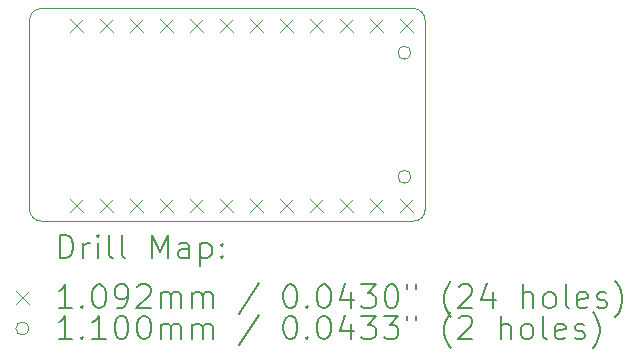
<source format=gbr>
%TF.GenerationSoftware,KiCad,Pcbnew,7.0.8*%
%TF.CreationDate,2024-04-01T14:53:32+01:00*%
%TF.ProjectId,daughterboard,64617567-6874-4657-9262-6f6172642e6b,rev?*%
%TF.SameCoordinates,Original*%
%TF.FileFunction,Drillmap*%
%TF.FilePolarity,Positive*%
%FSLAX45Y45*%
G04 Gerber Fmt 4.5, Leading zero omitted, Abs format (unit mm)*
G04 Created by KiCad (PCBNEW 7.0.8) date 2024-04-01 14:53:32*
%MOMM*%
%LPD*%
G01*
G04 APERTURE LIST*
%ADD10C,0.100000*%
%ADD11C,0.200000*%
%ADD12C,0.109220*%
%ADD13C,0.110000*%
G04 APERTURE END LIST*
D10*
X13350000Y-10100000D02*
X13350096Y-11704289D01*
X10100000Y-11800000D02*
X13250000Y-11800000D01*
X10100000Y-10000000D02*
X13250000Y-10000000D01*
X10000000Y-10100000D02*
X10000000Y-11700000D01*
X13250000Y-11800000D02*
G75*
G03*
X13350096Y-11704289I4290J95710D01*
G01*
X13350000Y-10100000D02*
G75*
G03*
X13250000Y-10000000I-100000J0D01*
G01*
X10100000Y-10000000D02*
G75*
G03*
X10000000Y-10100000I0J-100000D01*
G01*
X10000000Y-11700000D02*
G75*
G03*
X10100000Y-11800000I100000J0D01*
G01*
D11*
D12*
X10345390Y-10092890D02*
X10454610Y-10202110D01*
X10454610Y-10092890D02*
X10345390Y-10202110D01*
X10345390Y-11616890D02*
X10454610Y-11726110D01*
X10454610Y-11616890D02*
X10345390Y-11726110D01*
X10599390Y-10092890D02*
X10708610Y-10202110D01*
X10708610Y-10092890D02*
X10599390Y-10202110D01*
X10599390Y-11616890D02*
X10708610Y-11726110D01*
X10708610Y-11616890D02*
X10599390Y-11726110D01*
X10853390Y-10092890D02*
X10962610Y-10202110D01*
X10962610Y-10092890D02*
X10853390Y-10202110D01*
X10853390Y-11616890D02*
X10962610Y-11726110D01*
X10962610Y-11616890D02*
X10853390Y-11726110D01*
X11107390Y-10092890D02*
X11216610Y-10202110D01*
X11216610Y-10092890D02*
X11107390Y-10202110D01*
X11107390Y-11616890D02*
X11216610Y-11726110D01*
X11216610Y-11616890D02*
X11107390Y-11726110D01*
X11361390Y-10092890D02*
X11470610Y-10202110D01*
X11470610Y-10092890D02*
X11361390Y-10202110D01*
X11361390Y-11616890D02*
X11470610Y-11726110D01*
X11470610Y-11616890D02*
X11361390Y-11726110D01*
X11615390Y-10092890D02*
X11724610Y-10202110D01*
X11724610Y-10092890D02*
X11615390Y-10202110D01*
X11615390Y-11616890D02*
X11724610Y-11726110D01*
X11724610Y-11616890D02*
X11615390Y-11726110D01*
X11869390Y-10092890D02*
X11978610Y-10202110D01*
X11978610Y-10092890D02*
X11869390Y-10202110D01*
X11869390Y-11616890D02*
X11978610Y-11726110D01*
X11978610Y-11616890D02*
X11869390Y-11726110D01*
X12123390Y-10092890D02*
X12232610Y-10202110D01*
X12232610Y-10092890D02*
X12123390Y-10202110D01*
X12123390Y-11616890D02*
X12232610Y-11726110D01*
X12232610Y-11616890D02*
X12123390Y-11726110D01*
X12377390Y-10092890D02*
X12486610Y-10202110D01*
X12486610Y-10092890D02*
X12377390Y-10202110D01*
X12377390Y-11616890D02*
X12486610Y-11726110D01*
X12486610Y-11616890D02*
X12377390Y-11726110D01*
X12631390Y-10092890D02*
X12740610Y-10202110D01*
X12740610Y-10092890D02*
X12631390Y-10202110D01*
X12631390Y-11616890D02*
X12740610Y-11726110D01*
X12740610Y-11616890D02*
X12631390Y-11726110D01*
X12885390Y-10092890D02*
X12994610Y-10202110D01*
X12994610Y-10092890D02*
X12885390Y-10202110D01*
X12885390Y-11616890D02*
X12994610Y-11726110D01*
X12994610Y-11616890D02*
X12885390Y-11726110D01*
X13139390Y-10092890D02*
X13248610Y-10202110D01*
X13248610Y-10092890D02*
X13139390Y-10202110D01*
X13139390Y-11616890D02*
X13248610Y-11726110D01*
X13248610Y-11616890D02*
X13139390Y-11726110D01*
D13*
X13230000Y-10375000D02*
G75*
G03*
X13230000Y-10375000I-55000J0D01*
G01*
X13230000Y-11425000D02*
G75*
G03*
X13230000Y-11425000I-55000J0D01*
G01*
D11*
X10255777Y-12116580D02*
X10255777Y-11916580D01*
X10255777Y-11916580D02*
X10303396Y-11916580D01*
X10303396Y-11916580D02*
X10331967Y-11926104D01*
X10331967Y-11926104D02*
X10351015Y-11945151D01*
X10351015Y-11945151D02*
X10360539Y-11964199D01*
X10360539Y-11964199D02*
X10370063Y-12002294D01*
X10370063Y-12002294D02*
X10370063Y-12030865D01*
X10370063Y-12030865D02*
X10360539Y-12068961D01*
X10360539Y-12068961D02*
X10351015Y-12088008D01*
X10351015Y-12088008D02*
X10331967Y-12107056D01*
X10331967Y-12107056D02*
X10303396Y-12116580D01*
X10303396Y-12116580D02*
X10255777Y-12116580D01*
X10455777Y-12116580D02*
X10455777Y-11983246D01*
X10455777Y-12021342D02*
X10465301Y-12002294D01*
X10465301Y-12002294D02*
X10474824Y-11992770D01*
X10474824Y-11992770D02*
X10493872Y-11983246D01*
X10493872Y-11983246D02*
X10512920Y-11983246D01*
X10579586Y-12116580D02*
X10579586Y-11983246D01*
X10579586Y-11916580D02*
X10570063Y-11926104D01*
X10570063Y-11926104D02*
X10579586Y-11935627D01*
X10579586Y-11935627D02*
X10589110Y-11926104D01*
X10589110Y-11926104D02*
X10579586Y-11916580D01*
X10579586Y-11916580D02*
X10579586Y-11935627D01*
X10703396Y-12116580D02*
X10684348Y-12107056D01*
X10684348Y-12107056D02*
X10674824Y-12088008D01*
X10674824Y-12088008D02*
X10674824Y-11916580D01*
X10808158Y-12116580D02*
X10789110Y-12107056D01*
X10789110Y-12107056D02*
X10779586Y-12088008D01*
X10779586Y-12088008D02*
X10779586Y-11916580D01*
X11036729Y-12116580D02*
X11036729Y-11916580D01*
X11036729Y-11916580D02*
X11103396Y-12059437D01*
X11103396Y-12059437D02*
X11170063Y-11916580D01*
X11170063Y-11916580D02*
X11170063Y-12116580D01*
X11351015Y-12116580D02*
X11351015Y-12011818D01*
X11351015Y-12011818D02*
X11341491Y-11992770D01*
X11341491Y-11992770D02*
X11322443Y-11983246D01*
X11322443Y-11983246D02*
X11284348Y-11983246D01*
X11284348Y-11983246D02*
X11265301Y-11992770D01*
X11351015Y-12107056D02*
X11331967Y-12116580D01*
X11331967Y-12116580D02*
X11284348Y-12116580D01*
X11284348Y-12116580D02*
X11265301Y-12107056D01*
X11265301Y-12107056D02*
X11255777Y-12088008D01*
X11255777Y-12088008D02*
X11255777Y-12068961D01*
X11255777Y-12068961D02*
X11265301Y-12049913D01*
X11265301Y-12049913D02*
X11284348Y-12040389D01*
X11284348Y-12040389D02*
X11331967Y-12040389D01*
X11331967Y-12040389D02*
X11351015Y-12030865D01*
X11446253Y-11983246D02*
X11446253Y-12183246D01*
X11446253Y-11992770D02*
X11465301Y-11983246D01*
X11465301Y-11983246D02*
X11503396Y-11983246D01*
X11503396Y-11983246D02*
X11522443Y-11992770D01*
X11522443Y-11992770D02*
X11531967Y-12002294D01*
X11531967Y-12002294D02*
X11541491Y-12021342D01*
X11541491Y-12021342D02*
X11541491Y-12078484D01*
X11541491Y-12078484D02*
X11531967Y-12097532D01*
X11531967Y-12097532D02*
X11522443Y-12107056D01*
X11522443Y-12107056D02*
X11503396Y-12116580D01*
X11503396Y-12116580D02*
X11465301Y-12116580D01*
X11465301Y-12116580D02*
X11446253Y-12107056D01*
X11627205Y-12097532D02*
X11636729Y-12107056D01*
X11636729Y-12107056D02*
X11627205Y-12116580D01*
X11627205Y-12116580D02*
X11617682Y-12107056D01*
X11617682Y-12107056D02*
X11627205Y-12097532D01*
X11627205Y-12097532D02*
X11627205Y-12116580D01*
X11627205Y-11992770D02*
X11636729Y-12002294D01*
X11636729Y-12002294D02*
X11627205Y-12011818D01*
X11627205Y-12011818D02*
X11617682Y-12002294D01*
X11617682Y-12002294D02*
X11627205Y-11992770D01*
X11627205Y-11992770D02*
X11627205Y-12011818D01*
D12*
X9885780Y-12390486D02*
X9995000Y-12499706D01*
X9995000Y-12390486D02*
X9885780Y-12499706D01*
D11*
X10360539Y-12536580D02*
X10246253Y-12536580D01*
X10303396Y-12536580D02*
X10303396Y-12336580D01*
X10303396Y-12336580D02*
X10284348Y-12365151D01*
X10284348Y-12365151D02*
X10265301Y-12384199D01*
X10265301Y-12384199D02*
X10246253Y-12393723D01*
X10446253Y-12517532D02*
X10455777Y-12527056D01*
X10455777Y-12527056D02*
X10446253Y-12536580D01*
X10446253Y-12536580D02*
X10436729Y-12527056D01*
X10436729Y-12527056D02*
X10446253Y-12517532D01*
X10446253Y-12517532D02*
X10446253Y-12536580D01*
X10579586Y-12336580D02*
X10598634Y-12336580D01*
X10598634Y-12336580D02*
X10617682Y-12346104D01*
X10617682Y-12346104D02*
X10627205Y-12355627D01*
X10627205Y-12355627D02*
X10636729Y-12374675D01*
X10636729Y-12374675D02*
X10646253Y-12412770D01*
X10646253Y-12412770D02*
X10646253Y-12460389D01*
X10646253Y-12460389D02*
X10636729Y-12498484D01*
X10636729Y-12498484D02*
X10627205Y-12517532D01*
X10627205Y-12517532D02*
X10617682Y-12527056D01*
X10617682Y-12527056D02*
X10598634Y-12536580D01*
X10598634Y-12536580D02*
X10579586Y-12536580D01*
X10579586Y-12536580D02*
X10560539Y-12527056D01*
X10560539Y-12527056D02*
X10551015Y-12517532D01*
X10551015Y-12517532D02*
X10541491Y-12498484D01*
X10541491Y-12498484D02*
X10531967Y-12460389D01*
X10531967Y-12460389D02*
X10531967Y-12412770D01*
X10531967Y-12412770D02*
X10541491Y-12374675D01*
X10541491Y-12374675D02*
X10551015Y-12355627D01*
X10551015Y-12355627D02*
X10560539Y-12346104D01*
X10560539Y-12346104D02*
X10579586Y-12336580D01*
X10741491Y-12536580D02*
X10779586Y-12536580D01*
X10779586Y-12536580D02*
X10798634Y-12527056D01*
X10798634Y-12527056D02*
X10808158Y-12517532D01*
X10808158Y-12517532D02*
X10827205Y-12488961D01*
X10827205Y-12488961D02*
X10836729Y-12450865D01*
X10836729Y-12450865D02*
X10836729Y-12374675D01*
X10836729Y-12374675D02*
X10827205Y-12355627D01*
X10827205Y-12355627D02*
X10817682Y-12346104D01*
X10817682Y-12346104D02*
X10798634Y-12336580D01*
X10798634Y-12336580D02*
X10760539Y-12336580D01*
X10760539Y-12336580D02*
X10741491Y-12346104D01*
X10741491Y-12346104D02*
X10731967Y-12355627D01*
X10731967Y-12355627D02*
X10722444Y-12374675D01*
X10722444Y-12374675D02*
X10722444Y-12422294D01*
X10722444Y-12422294D02*
X10731967Y-12441342D01*
X10731967Y-12441342D02*
X10741491Y-12450865D01*
X10741491Y-12450865D02*
X10760539Y-12460389D01*
X10760539Y-12460389D02*
X10798634Y-12460389D01*
X10798634Y-12460389D02*
X10817682Y-12450865D01*
X10817682Y-12450865D02*
X10827205Y-12441342D01*
X10827205Y-12441342D02*
X10836729Y-12422294D01*
X10912920Y-12355627D02*
X10922444Y-12346104D01*
X10922444Y-12346104D02*
X10941491Y-12336580D01*
X10941491Y-12336580D02*
X10989110Y-12336580D01*
X10989110Y-12336580D02*
X11008158Y-12346104D01*
X11008158Y-12346104D02*
X11017682Y-12355627D01*
X11017682Y-12355627D02*
X11027205Y-12374675D01*
X11027205Y-12374675D02*
X11027205Y-12393723D01*
X11027205Y-12393723D02*
X11017682Y-12422294D01*
X11017682Y-12422294D02*
X10903396Y-12536580D01*
X10903396Y-12536580D02*
X11027205Y-12536580D01*
X11112920Y-12536580D02*
X11112920Y-12403246D01*
X11112920Y-12422294D02*
X11122444Y-12412770D01*
X11122444Y-12412770D02*
X11141491Y-12403246D01*
X11141491Y-12403246D02*
X11170063Y-12403246D01*
X11170063Y-12403246D02*
X11189110Y-12412770D01*
X11189110Y-12412770D02*
X11198634Y-12431818D01*
X11198634Y-12431818D02*
X11198634Y-12536580D01*
X11198634Y-12431818D02*
X11208158Y-12412770D01*
X11208158Y-12412770D02*
X11227205Y-12403246D01*
X11227205Y-12403246D02*
X11255777Y-12403246D01*
X11255777Y-12403246D02*
X11274824Y-12412770D01*
X11274824Y-12412770D02*
X11284348Y-12431818D01*
X11284348Y-12431818D02*
X11284348Y-12536580D01*
X11379586Y-12536580D02*
X11379586Y-12403246D01*
X11379586Y-12422294D02*
X11389110Y-12412770D01*
X11389110Y-12412770D02*
X11408158Y-12403246D01*
X11408158Y-12403246D02*
X11436729Y-12403246D01*
X11436729Y-12403246D02*
X11455777Y-12412770D01*
X11455777Y-12412770D02*
X11465301Y-12431818D01*
X11465301Y-12431818D02*
X11465301Y-12536580D01*
X11465301Y-12431818D02*
X11474824Y-12412770D01*
X11474824Y-12412770D02*
X11493872Y-12403246D01*
X11493872Y-12403246D02*
X11522443Y-12403246D01*
X11522443Y-12403246D02*
X11541491Y-12412770D01*
X11541491Y-12412770D02*
X11551015Y-12431818D01*
X11551015Y-12431818D02*
X11551015Y-12536580D01*
X11941491Y-12327056D02*
X11770063Y-12584199D01*
X12198634Y-12336580D02*
X12217682Y-12336580D01*
X12217682Y-12336580D02*
X12236729Y-12346104D01*
X12236729Y-12346104D02*
X12246253Y-12355627D01*
X12246253Y-12355627D02*
X12255777Y-12374675D01*
X12255777Y-12374675D02*
X12265301Y-12412770D01*
X12265301Y-12412770D02*
X12265301Y-12460389D01*
X12265301Y-12460389D02*
X12255777Y-12498484D01*
X12255777Y-12498484D02*
X12246253Y-12517532D01*
X12246253Y-12517532D02*
X12236729Y-12527056D01*
X12236729Y-12527056D02*
X12217682Y-12536580D01*
X12217682Y-12536580D02*
X12198634Y-12536580D01*
X12198634Y-12536580D02*
X12179586Y-12527056D01*
X12179586Y-12527056D02*
X12170063Y-12517532D01*
X12170063Y-12517532D02*
X12160539Y-12498484D01*
X12160539Y-12498484D02*
X12151015Y-12460389D01*
X12151015Y-12460389D02*
X12151015Y-12412770D01*
X12151015Y-12412770D02*
X12160539Y-12374675D01*
X12160539Y-12374675D02*
X12170063Y-12355627D01*
X12170063Y-12355627D02*
X12179586Y-12346104D01*
X12179586Y-12346104D02*
X12198634Y-12336580D01*
X12351015Y-12517532D02*
X12360539Y-12527056D01*
X12360539Y-12527056D02*
X12351015Y-12536580D01*
X12351015Y-12536580D02*
X12341491Y-12527056D01*
X12341491Y-12527056D02*
X12351015Y-12517532D01*
X12351015Y-12517532D02*
X12351015Y-12536580D01*
X12484348Y-12336580D02*
X12503396Y-12336580D01*
X12503396Y-12336580D02*
X12522444Y-12346104D01*
X12522444Y-12346104D02*
X12531967Y-12355627D01*
X12531967Y-12355627D02*
X12541491Y-12374675D01*
X12541491Y-12374675D02*
X12551015Y-12412770D01*
X12551015Y-12412770D02*
X12551015Y-12460389D01*
X12551015Y-12460389D02*
X12541491Y-12498484D01*
X12541491Y-12498484D02*
X12531967Y-12517532D01*
X12531967Y-12517532D02*
X12522444Y-12527056D01*
X12522444Y-12527056D02*
X12503396Y-12536580D01*
X12503396Y-12536580D02*
X12484348Y-12536580D01*
X12484348Y-12536580D02*
X12465301Y-12527056D01*
X12465301Y-12527056D02*
X12455777Y-12517532D01*
X12455777Y-12517532D02*
X12446253Y-12498484D01*
X12446253Y-12498484D02*
X12436729Y-12460389D01*
X12436729Y-12460389D02*
X12436729Y-12412770D01*
X12436729Y-12412770D02*
X12446253Y-12374675D01*
X12446253Y-12374675D02*
X12455777Y-12355627D01*
X12455777Y-12355627D02*
X12465301Y-12346104D01*
X12465301Y-12346104D02*
X12484348Y-12336580D01*
X12722444Y-12403246D02*
X12722444Y-12536580D01*
X12674825Y-12327056D02*
X12627206Y-12469913D01*
X12627206Y-12469913D02*
X12751015Y-12469913D01*
X12808158Y-12336580D02*
X12931967Y-12336580D01*
X12931967Y-12336580D02*
X12865301Y-12412770D01*
X12865301Y-12412770D02*
X12893872Y-12412770D01*
X12893872Y-12412770D02*
X12912920Y-12422294D01*
X12912920Y-12422294D02*
X12922444Y-12431818D01*
X12922444Y-12431818D02*
X12931967Y-12450865D01*
X12931967Y-12450865D02*
X12931967Y-12498484D01*
X12931967Y-12498484D02*
X12922444Y-12517532D01*
X12922444Y-12517532D02*
X12912920Y-12527056D01*
X12912920Y-12527056D02*
X12893872Y-12536580D01*
X12893872Y-12536580D02*
X12836729Y-12536580D01*
X12836729Y-12536580D02*
X12817682Y-12527056D01*
X12817682Y-12527056D02*
X12808158Y-12517532D01*
X13055777Y-12336580D02*
X13074825Y-12336580D01*
X13074825Y-12336580D02*
X13093872Y-12346104D01*
X13093872Y-12346104D02*
X13103396Y-12355627D01*
X13103396Y-12355627D02*
X13112920Y-12374675D01*
X13112920Y-12374675D02*
X13122444Y-12412770D01*
X13122444Y-12412770D02*
X13122444Y-12460389D01*
X13122444Y-12460389D02*
X13112920Y-12498484D01*
X13112920Y-12498484D02*
X13103396Y-12517532D01*
X13103396Y-12517532D02*
X13093872Y-12527056D01*
X13093872Y-12527056D02*
X13074825Y-12536580D01*
X13074825Y-12536580D02*
X13055777Y-12536580D01*
X13055777Y-12536580D02*
X13036729Y-12527056D01*
X13036729Y-12527056D02*
X13027206Y-12517532D01*
X13027206Y-12517532D02*
X13017682Y-12498484D01*
X13017682Y-12498484D02*
X13008158Y-12460389D01*
X13008158Y-12460389D02*
X13008158Y-12412770D01*
X13008158Y-12412770D02*
X13017682Y-12374675D01*
X13017682Y-12374675D02*
X13027206Y-12355627D01*
X13027206Y-12355627D02*
X13036729Y-12346104D01*
X13036729Y-12346104D02*
X13055777Y-12336580D01*
X13198634Y-12336580D02*
X13198634Y-12374675D01*
X13274825Y-12336580D02*
X13274825Y-12374675D01*
X13570063Y-12612770D02*
X13560539Y-12603246D01*
X13560539Y-12603246D02*
X13541491Y-12574675D01*
X13541491Y-12574675D02*
X13531968Y-12555627D01*
X13531968Y-12555627D02*
X13522444Y-12527056D01*
X13522444Y-12527056D02*
X13512920Y-12479437D01*
X13512920Y-12479437D02*
X13512920Y-12441342D01*
X13512920Y-12441342D02*
X13522444Y-12393723D01*
X13522444Y-12393723D02*
X13531968Y-12365151D01*
X13531968Y-12365151D02*
X13541491Y-12346104D01*
X13541491Y-12346104D02*
X13560539Y-12317532D01*
X13560539Y-12317532D02*
X13570063Y-12308008D01*
X13636729Y-12355627D02*
X13646253Y-12346104D01*
X13646253Y-12346104D02*
X13665301Y-12336580D01*
X13665301Y-12336580D02*
X13712920Y-12336580D01*
X13712920Y-12336580D02*
X13731968Y-12346104D01*
X13731968Y-12346104D02*
X13741491Y-12355627D01*
X13741491Y-12355627D02*
X13751015Y-12374675D01*
X13751015Y-12374675D02*
X13751015Y-12393723D01*
X13751015Y-12393723D02*
X13741491Y-12422294D01*
X13741491Y-12422294D02*
X13627206Y-12536580D01*
X13627206Y-12536580D02*
X13751015Y-12536580D01*
X13922444Y-12403246D02*
X13922444Y-12536580D01*
X13874825Y-12327056D02*
X13827206Y-12469913D01*
X13827206Y-12469913D02*
X13951015Y-12469913D01*
X14179587Y-12536580D02*
X14179587Y-12336580D01*
X14265301Y-12536580D02*
X14265301Y-12431818D01*
X14265301Y-12431818D02*
X14255777Y-12412770D01*
X14255777Y-12412770D02*
X14236730Y-12403246D01*
X14236730Y-12403246D02*
X14208158Y-12403246D01*
X14208158Y-12403246D02*
X14189110Y-12412770D01*
X14189110Y-12412770D02*
X14179587Y-12422294D01*
X14389110Y-12536580D02*
X14370063Y-12527056D01*
X14370063Y-12527056D02*
X14360539Y-12517532D01*
X14360539Y-12517532D02*
X14351015Y-12498484D01*
X14351015Y-12498484D02*
X14351015Y-12441342D01*
X14351015Y-12441342D02*
X14360539Y-12422294D01*
X14360539Y-12422294D02*
X14370063Y-12412770D01*
X14370063Y-12412770D02*
X14389110Y-12403246D01*
X14389110Y-12403246D02*
X14417682Y-12403246D01*
X14417682Y-12403246D02*
X14436730Y-12412770D01*
X14436730Y-12412770D02*
X14446253Y-12422294D01*
X14446253Y-12422294D02*
X14455777Y-12441342D01*
X14455777Y-12441342D02*
X14455777Y-12498484D01*
X14455777Y-12498484D02*
X14446253Y-12517532D01*
X14446253Y-12517532D02*
X14436730Y-12527056D01*
X14436730Y-12527056D02*
X14417682Y-12536580D01*
X14417682Y-12536580D02*
X14389110Y-12536580D01*
X14570063Y-12536580D02*
X14551015Y-12527056D01*
X14551015Y-12527056D02*
X14541491Y-12508008D01*
X14541491Y-12508008D02*
X14541491Y-12336580D01*
X14722444Y-12527056D02*
X14703396Y-12536580D01*
X14703396Y-12536580D02*
X14665301Y-12536580D01*
X14665301Y-12536580D02*
X14646253Y-12527056D01*
X14646253Y-12527056D02*
X14636730Y-12508008D01*
X14636730Y-12508008D02*
X14636730Y-12431818D01*
X14636730Y-12431818D02*
X14646253Y-12412770D01*
X14646253Y-12412770D02*
X14665301Y-12403246D01*
X14665301Y-12403246D02*
X14703396Y-12403246D01*
X14703396Y-12403246D02*
X14722444Y-12412770D01*
X14722444Y-12412770D02*
X14731968Y-12431818D01*
X14731968Y-12431818D02*
X14731968Y-12450865D01*
X14731968Y-12450865D02*
X14636730Y-12469913D01*
X14808158Y-12527056D02*
X14827206Y-12536580D01*
X14827206Y-12536580D02*
X14865301Y-12536580D01*
X14865301Y-12536580D02*
X14884349Y-12527056D01*
X14884349Y-12527056D02*
X14893872Y-12508008D01*
X14893872Y-12508008D02*
X14893872Y-12498484D01*
X14893872Y-12498484D02*
X14884349Y-12479437D01*
X14884349Y-12479437D02*
X14865301Y-12469913D01*
X14865301Y-12469913D02*
X14836730Y-12469913D01*
X14836730Y-12469913D02*
X14817682Y-12460389D01*
X14817682Y-12460389D02*
X14808158Y-12441342D01*
X14808158Y-12441342D02*
X14808158Y-12431818D01*
X14808158Y-12431818D02*
X14817682Y-12412770D01*
X14817682Y-12412770D02*
X14836730Y-12403246D01*
X14836730Y-12403246D02*
X14865301Y-12403246D01*
X14865301Y-12403246D02*
X14884349Y-12412770D01*
X14960539Y-12612770D02*
X14970063Y-12603246D01*
X14970063Y-12603246D02*
X14989111Y-12574675D01*
X14989111Y-12574675D02*
X14998634Y-12555627D01*
X14998634Y-12555627D02*
X15008158Y-12527056D01*
X15008158Y-12527056D02*
X15017682Y-12479437D01*
X15017682Y-12479437D02*
X15017682Y-12441342D01*
X15017682Y-12441342D02*
X15008158Y-12393723D01*
X15008158Y-12393723D02*
X14998634Y-12365151D01*
X14998634Y-12365151D02*
X14989111Y-12346104D01*
X14989111Y-12346104D02*
X14970063Y-12317532D01*
X14970063Y-12317532D02*
X14960539Y-12308008D01*
D13*
X9995000Y-12709096D02*
G75*
G03*
X9995000Y-12709096I-55000J0D01*
G01*
D11*
X10360539Y-12800580D02*
X10246253Y-12800580D01*
X10303396Y-12800580D02*
X10303396Y-12600580D01*
X10303396Y-12600580D02*
X10284348Y-12629151D01*
X10284348Y-12629151D02*
X10265301Y-12648199D01*
X10265301Y-12648199D02*
X10246253Y-12657723D01*
X10446253Y-12781532D02*
X10455777Y-12791056D01*
X10455777Y-12791056D02*
X10446253Y-12800580D01*
X10446253Y-12800580D02*
X10436729Y-12791056D01*
X10436729Y-12791056D02*
X10446253Y-12781532D01*
X10446253Y-12781532D02*
X10446253Y-12800580D01*
X10646253Y-12800580D02*
X10531967Y-12800580D01*
X10589110Y-12800580D02*
X10589110Y-12600580D01*
X10589110Y-12600580D02*
X10570063Y-12629151D01*
X10570063Y-12629151D02*
X10551015Y-12648199D01*
X10551015Y-12648199D02*
X10531967Y-12657723D01*
X10770063Y-12600580D02*
X10789110Y-12600580D01*
X10789110Y-12600580D02*
X10808158Y-12610104D01*
X10808158Y-12610104D02*
X10817682Y-12619627D01*
X10817682Y-12619627D02*
X10827205Y-12638675D01*
X10827205Y-12638675D02*
X10836729Y-12676770D01*
X10836729Y-12676770D02*
X10836729Y-12724389D01*
X10836729Y-12724389D02*
X10827205Y-12762484D01*
X10827205Y-12762484D02*
X10817682Y-12781532D01*
X10817682Y-12781532D02*
X10808158Y-12791056D01*
X10808158Y-12791056D02*
X10789110Y-12800580D01*
X10789110Y-12800580D02*
X10770063Y-12800580D01*
X10770063Y-12800580D02*
X10751015Y-12791056D01*
X10751015Y-12791056D02*
X10741491Y-12781532D01*
X10741491Y-12781532D02*
X10731967Y-12762484D01*
X10731967Y-12762484D02*
X10722444Y-12724389D01*
X10722444Y-12724389D02*
X10722444Y-12676770D01*
X10722444Y-12676770D02*
X10731967Y-12638675D01*
X10731967Y-12638675D02*
X10741491Y-12619627D01*
X10741491Y-12619627D02*
X10751015Y-12610104D01*
X10751015Y-12610104D02*
X10770063Y-12600580D01*
X10960539Y-12600580D02*
X10979586Y-12600580D01*
X10979586Y-12600580D02*
X10998634Y-12610104D01*
X10998634Y-12610104D02*
X11008158Y-12619627D01*
X11008158Y-12619627D02*
X11017682Y-12638675D01*
X11017682Y-12638675D02*
X11027205Y-12676770D01*
X11027205Y-12676770D02*
X11027205Y-12724389D01*
X11027205Y-12724389D02*
X11017682Y-12762484D01*
X11017682Y-12762484D02*
X11008158Y-12781532D01*
X11008158Y-12781532D02*
X10998634Y-12791056D01*
X10998634Y-12791056D02*
X10979586Y-12800580D01*
X10979586Y-12800580D02*
X10960539Y-12800580D01*
X10960539Y-12800580D02*
X10941491Y-12791056D01*
X10941491Y-12791056D02*
X10931967Y-12781532D01*
X10931967Y-12781532D02*
X10922444Y-12762484D01*
X10922444Y-12762484D02*
X10912920Y-12724389D01*
X10912920Y-12724389D02*
X10912920Y-12676770D01*
X10912920Y-12676770D02*
X10922444Y-12638675D01*
X10922444Y-12638675D02*
X10931967Y-12619627D01*
X10931967Y-12619627D02*
X10941491Y-12610104D01*
X10941491Y-12610104D02*
X10960539Y-12600580D01*
X11112920Y-12800580D02*
X11112920Y-12667246D01*
X11112920Y-12686294D02*
X11122444Y-12676770D01*
X11122444Y-12676770D02*
X11141491Y-12667246D01*
X11141491Y-12667246D02*
X11170063Y-12667246D01*
X11170063Y-12667246D02*
X11189110Y-12676770D01*
X11189110Y-12676770D02*
X11198634Y-12695818D01*
X11198634Y-12695818D02*
X11198634Y-12800580D01*
X11198634Y-12695818D02*
X11208158Y-12676770D01*
X11208158Y-12676770D02*
X11227205Y-12667246D01*
X11227205Y-12667246D02*
X11255777Y-12667246D01*
X11255777Y-12667246D02*
X11274824Y-12676770D01*
X11274824Y-12676770D02*
X11284348Y-12695818D01*
X11284348Y-12695818D02*
X11284348Y-12800580D01*
X11379586Y-12800580D02*
X11379586Y-12667246D01*
X11379586Y-12686294D02*
X11389110Y-12676770D01*
X11389110Y-12676770D02*
X11408158Y-12667246D01*
X11408158Y-12667246D02*
X11436729Y-12667246D01*
X11436729Y-12667246D02*
X11455777Y-12676770D01*
X11455777Y-12676770D02*
X11465301Y-12695818D01*
X11465301Y-12695818D02*
X11465301Y-12800580D01*
X11465301Y-12695818D02*
X11474824Y-12676770D01*
X11474824Y-12676770D02*
X11493872Y-12667246D01*
X11493872Y-12667246D02*
X11522443Y-12667246D01*
X11522443Y-12667246D02*
X11541491Y-12676770D01*
X11541491Y-12676770D02*
X11551015Y-12695818D01*
X11551015Y-12695818D02*
X11551015Y-12800580D01*
X11941491Y-12591056D02*
X11770063Y-12848199D01*
X12198634Y-12600580D02*
X12217682Y-12600580D01*
X12217682Y-12600580D02*
X12236729Y-12610104D01*
X12236729Y-12610104D02*
X12246253Y-12619627D01*
X12246253Y-12619627D02*
X12255777Y-12638675D01*
X12255777Y-12638675D02*
X12265301Y-12676770D01*
X12265301Y-12676770D02*
X12265301Y-12724389D01*
X12265301Y-12724389D02*
X12255777Y-12762484D01*
X12255777Y-12762484D02*
X12246253Y-12781532D01*
X12246253Y-12781532D02*
X12236729Y-12791056D01*
X12236729Y-12791056D02*
X12217682Y-12800580D01*
X12217682Y-12800580D02*
X12198634Y-12800580D01*
X12198634Y-12800580D02*
X12179586Y-12791056D01*
X12179586Y-12791056D02*
X12170063Y-12781532D01*
X12170063Y-12781532D02*
X12160539Y-12762484D01*
X12160539Y-12762484D02*
X12151015Y-12724389D01*
X12151015Y-12724389D02*
X12151015Y-12676770D01*
X12151015Y-12676770D02*
X12160539Y-12638675D01*
X12160539Y-12638675D02*
X12170063Y-12619627D01*
X12170063Y-12619627D02*
X12179586Y-12610104D01*
X12179586Y-12610104D02*
X12198634Y-12600580D01*
X12351015Y-12781532D02*
X12360539Y-12791056D01*
X12360539Y-12791056D02*
X12351015Y-12800580D01*
X12351015Y-12800580D02*
X12341491Y-12791056D01*
X12341491Y-12791056D02*
X12351015Y-12781532D01*
X12351015Y-12781532D02*
X12351015Y-12800580D01*
X12484348Y-12600580D02*
X12503396Y-12600580D01*
X12503396Y-12600580D02*
X12522444Y-12610104D01*
X12522444Y-12610104D02*
X12531967Y-12619627D01*
X12531967Y-12619627D02*
X12541491Y-12638675D01*
X12541491Y-12638675D02*
X12551015Y-12676770D01*
X12551015Y-12676770D02*
X12551015Y-12724389D01*
X12551015Y-12724389D02*
X12541491Y-12762484D01*
X12541491Y-12762484D02*
X12531967Y-12781532D01*
X12531967Y-12781532D02*
X12522444Y-12791056D01*
X12522444Y-12791056D02*
X12503396Y-12800580D01*
X12503396Y-12800580D02*
X12484348Y-12800580D01*
X12484348Y-12800580D02*
X12465301Y-12791056D01*
X12465301Y-12791056D02*
X12455777Y-12781532D01*
X12455777Y-12781532D02*
X12446253Y-12762484D01*
X12446253Y-12762484D02*
X12436729Y-12724389D01*
X12436729Y-12724389D02*
X12436729Y-12676770D01*
X12436729Y-12676770D02*
X12446253Y-12638675D01*
X12446253Y-12638675D02*
X12455777Y-12619627D01*
X12455777Y-12619627D02*
X12465301Y-12610104D01*
X12465301Y-12610104D02*
X12484348Y-12600580D01*
X12722444Y-12667246D02*
X12722444Y-12800580D01*
X12674825Y-12591056D02*
X12627206Y-12733913D01*
X12627206Y-12733913D02*
X12751015Y-12733913D01*
X12808158Y-12600580D02*
X12931967Y-12600580D01*
X12931967Y-12600580D02*
X12865301Y-12676770D01*
X12865301Y-12676770D02*
X12893872Y-12676770D01*
X12893872Y-12676770D02*
X12912920Y-12686294D01*
X12912920Y-12686294D02*
X12922444Y-12695818D01*
X12922444Y-12695818D02*
X12931967Y-12714865D01*
X12931967Y-12714865D02*
X12931967Y-12762484D01*
X12931967Y-12762484D02*
X12922444Y-12781532D01*
X12922444Y-12781532D02*
X12912920Y-12791056D01*
X12912920Y-12791056D02*
X12893872Y-12800580D01*
X12893872Y-12800580D02*
X12836729Y-12800580D01*
X12836729Y-12800580D02*
X12817682Y-12791056D01*
X12817682Y-12791056D02*
X12808158Y-12781532D01*
X12998634Y-12600580D02*
X13122444Y-12600580D01*
X13122444Y-12600580D02*
X13055777Y-12676770D01*
X13055777Y-12676770D02*
X13084348Y-12676770D01*
X13084348Y-12676770D02*
X13103396Y-12686294D01*
X13103396Y-12686294D02*
X13112920Y-12695818D01*
X13112920Y-12695818D02*
X13122444Y-12714865D01*
X13122444Y-12714865D02*
X13122444Y-12762484D01*
X13122444Y-12762484D02*
X13112920Y-12781532D01*
X13112920Y-12781532D02*
X13103396Y-12791056D01*
X13103396Y-12791056D02*
X13084348Y-12800580D01*
X13084348Y-12800580D02*
X13027206Y-12800580D01*
X13027206Y-12800580D02*
X13008158Y-12791056D01*
X13008158Y-12791056D02*
X12998634Y-12781532D01*
X13198634Y-12600580D02*
X13198634Y-12638675D01*
X13274825Y-12600580D02*
X13274825Y-12638675D01*
X13570063Y-12876770D02*
X13560539Y-12867246D01*
X13560539Y-12867246D02*
X13541491Y-12838675D01*
X13541491Y-12838675D02*
X13531968Y-12819627D01*
X13531968Y-12819627D02*
X13522444Y-12791056D01*
X13522444Y-12791056D02*
X13512920Y-12743437D01*
X13512920Y-12743437D02*
X13512920Y-12705342D01*
X13512920Y-12705342D02*
X13522444Y-12657723D01*
X13522444Y-12657723D02*
X13531968Y-12629151D01*
X13531968Y-12629151D02*
X13541491Y-12610104D01*
X13541491Y-12610104D02*
X13560539Y-12581532D01*
X13560539Y-12581532D02*
X13570063Y-12572008D01*
X13636729Y-12619627D02*
X13646253Y-12610104D01*
X13646253Y-12610104D02*
X13665301Y-12600580D01*
X13665301Y-12600580D02*
X13712920Y-12600580D01*
X13712920Y-12600580D02*
X13731968Y-12610104D01*
X13731968Y-12610104D02*
X13741491Y-12619627D01*
X13741491Y-12619627D02*
X13751015Y-12638675D01*
X13751015Y-12638675D02*
X13751015Y-12657723D01*
X13751015Y-12657723D02*
X13741491Y-12686294D01*
X13741491Y-12686294D02*
X13627206Y-12800580D01*
X13627206Y-12800580D02*
X13751015Y-12800580D01*
X13989110Y-12800580D02*
X13989110Y-12600580D01*
X14074825Y-12800580D02*
X14074825Y-12695818D01*
X14074825Y-12695818D02*
X14065301Y-12676770D01*
X14065301Y-12676770D02*
X14046253Y-12667246D01*
X14046253Y-12667246D02*
X14017682Y-12667246D01*
X14017682Y-12667246D02*
X13998634Y-12676770D01*
X13998634Y-12676770D02*
X13989110Y-12686294D01*
X14198634Y-12800580D02*
X14179587Y-12791056D01*
X14179587Y-12791056D02*
X14170063Y-12781532D01*
X14170063Y-12781532D02*
X14160539Y-12762484D01*
X14160539Y-12762484D02*
X14160539Y-12705342D01*
X14160539Y-12705342D02*
X14170063Y-12686294D01*
X14170063Y-12686294D02*
X14179587Y-12676770D01*
X14179587Y-12676770D02*
X14198634Y-12667246D01*
X14198634Y-12667246D02*
X14227206Y-12667246D01*
X14227206Y-12667246D02*
X14246253Y-12676770D01*
X14246253Y-12676770D02*
X14255777Y-12686294D01*
X14255777Y-12686294D02*
X14265301Y-12705342D01*
X14265301Y-12705342D02*
X14265301Y-12762484D01*
X14265301Y-12762484D02*
X14255777Y-12781532D01*
X14255777Y-12781532D02*
X14246253Y-12791056D01*
X14246253Y-12791056D02*
X14227206Y-12800580D01*
X14227206Y-12800580D02*
X14198634Y-12800580D01*
X14379587Y-12800580D02*
X14360539Y-12791056D01*
X14360539Y-12791056D02*
X14351015Y-12772008D01*
X14351015Y-12772008D02*
X14351015Y-12600580D01*
X14531968Y-12791056D02*
X14512920Y-12800580D01*
X14512920Y-12800580D02*
X14474825Y-12800580D01*
X14474825Y-12800580D02*
X14455777Y-12791056D01*
X14455777Y-12791056D02*
X14446253Y-12772008D01*
X14446253Y-12772008D02*
X14446253Y-12695818D01*
X14446253Y-12695818D02*
X14455777Y-12676770D01*
X14455777Y-12676770D02*
X14474825Y-12667246D01*
X14474825Y-12667246D02*
X14512920Y-12667246D01*
X14512920Y-12667246D02*
X14531968Y-12676770D01*
X14531968Y-12676770D02*
X14541491Y-12695818D01*
X14541491Y-12695818D02*
X14541491Y-12714865D01*
X14541491Y-12714865D02*
X14446253Y-12733913D01*
X14617682Y-12791056D02*
X14636730Y-12800580D01*
X14636730Y-12800580D02*
X14674825Y-12800580D01*
X14674825Y-12800580D02*
X14693872Y-12791056D01*
X14693872Y-12791056D02*
X14703396Y-12772008D01*
X14703396Y-12772008D02*
X14703396Y-12762484D01*
X14703396Y-12762484D02*
X14693872Y-12743437D01*
X14693872Y-12743437D02*
X14674825Y-12733913D01*
X14674825Y-12733913D02*
X14646253Y-12733913D01*
X14646253Y-12733913D02*
X14627206Y-12724389D01*
X14627206Y-12724389D02*
X14617682Y-12705342D01*
X14617682Y-12705342D02*
X14617682Y-12695818D01*
X14617682Y-12695818D02*
X14627206Y-12676770D01*
X14627206Y-12676770D02*
X14646253Y-12667246D01*
X14646253Y-12667246D02*
X14674825Y-12667246D01*
X14674825Y-12667246D02*
X14693872Y-12676770D01*
X14770063Y-12876770D02*
X14779587Y-12867246D01*
X14779587Y-12867246D02*
X14798634Y-12838675D01*
X14798634Y-12838675D02*
X14808158Y-12819627D01*
X14808158Y-12819627D02*
X14817682Y-12791056D01*
X14817682Y-12791056D02*
X14827206Y-12743437D01*
X14827206Y-12743437D02*
X14827206Y-12705342D01*
X14827206Y-12705342D02*
X14817682Y-12657723D01*
X14817682Y-12657723D02*
X14808158Y-12629151D01*
X14808158Y-12629151D02*
X14798634Y-12610104D01*
X14798634Y-12610104D02*
X14779587Y-12581532D01*
X14779587Y-12581532D02*
X14770063Y-12572008D01*
M02*

</source>
